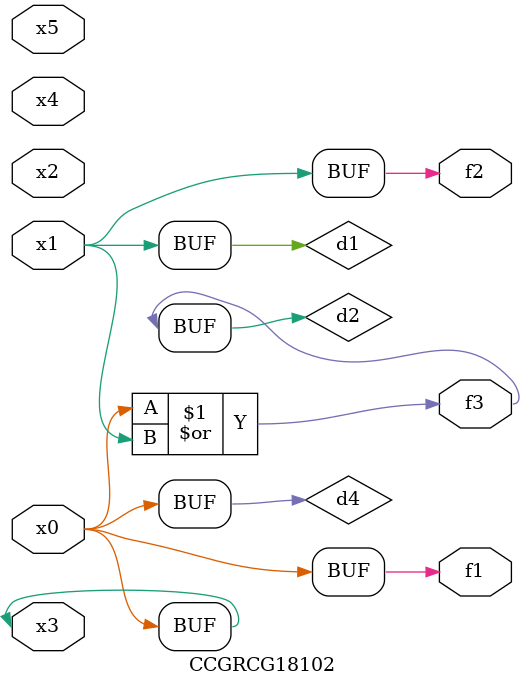
<source format=v>
module CCGRCG18102(
	input x0, x1, x2, x3, x4, x5,
	output f1, f2, f3
);

	wire d1, d2, d3, d4;

	and (d1, x1);
	or (d2, x0, x1);
	nand (d3, x0, x5);
	buf (d4, x0, x3);
	assign f1 = d4;
	assign f2 = d1;
	assign f3 = d2;
endmodule

</source>
